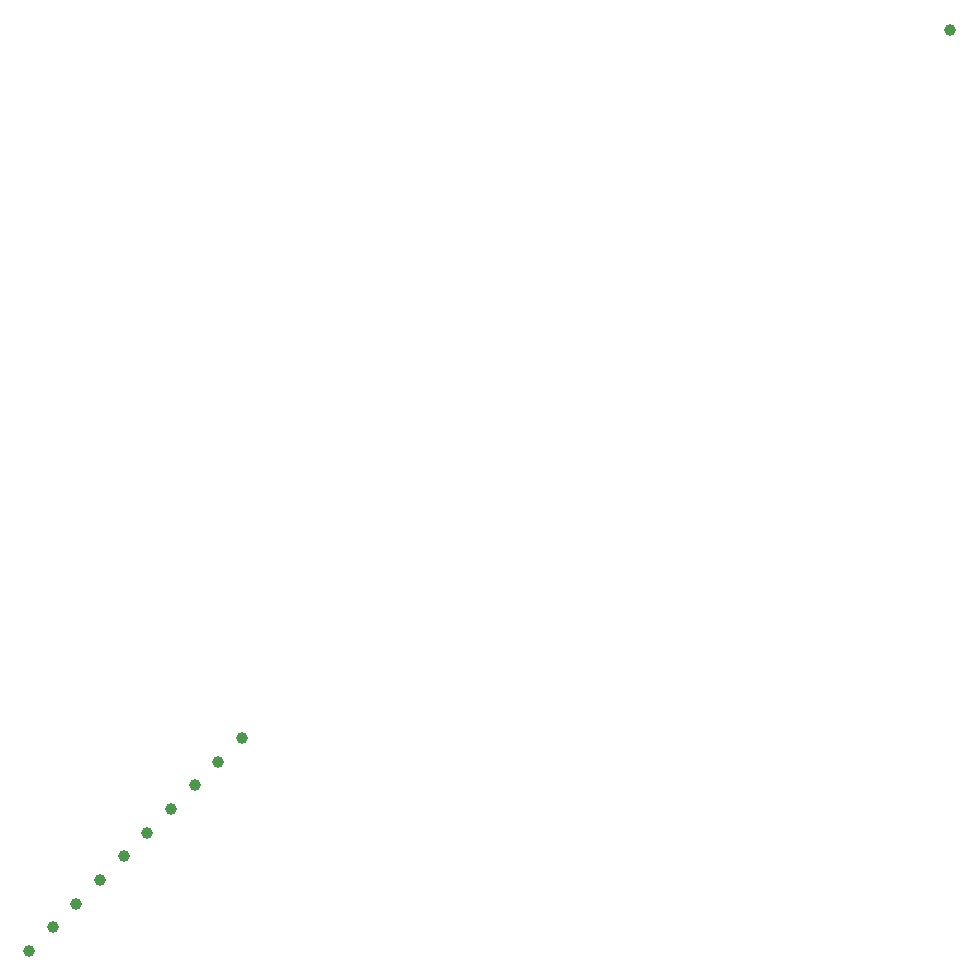
<source format=gbr>
G04 Examples for testing time performance of Gerber parsers*
%FSLAX26Y26*%
%MOMM*%
%ADD10C,1*%
%LPD*%
D10*
X0Y0D03*
X78000000Y78000000D03*
X2000000Y2000000D03*
X4000000Y4000000D03*
X6000000Y6000000D03*
X8000000Y8000000D03*
X10000000Y10000000D03*
X12000000Y12000000D03*
X14000000Y14000000D03*
X16000000Y16000000D03*
X18000000Y18000000D03*
M02*

</source>
